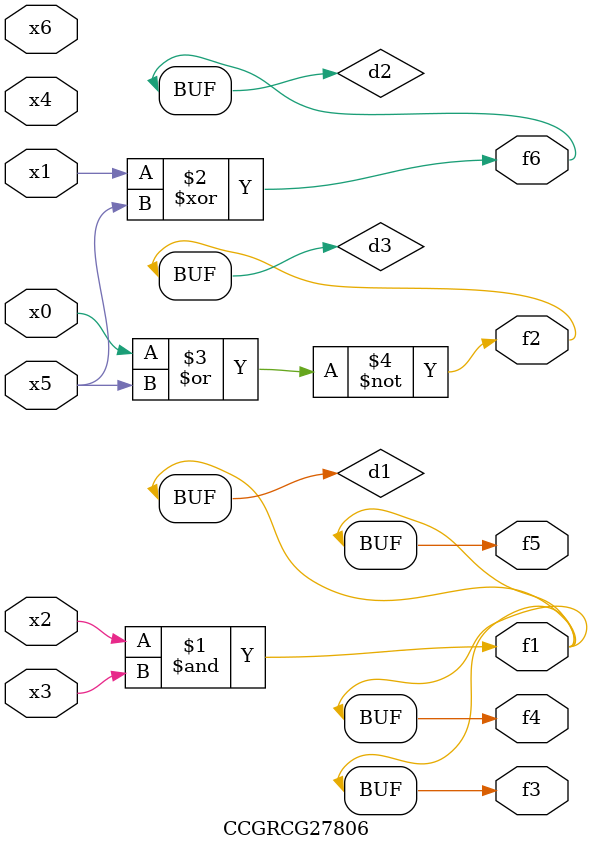
<source format=v>
module CCGRCG27806(
	input x0, x1, x2, x3, x4, x5, x6,
	output f1, f2, f3, f4, f5, f6
);

	wire d1, d2, d3;

	and (d1, x2, x3);
	xor (d2, x1, x5);
	nor (d3, x0, x5);
	assign f1 = d1;
	assign f2 = d3;
	assign f3 = d1;
	assign f4 = d1;
	assign f5 = d1;
	assign f6 = d2;
endmodule

</source>
